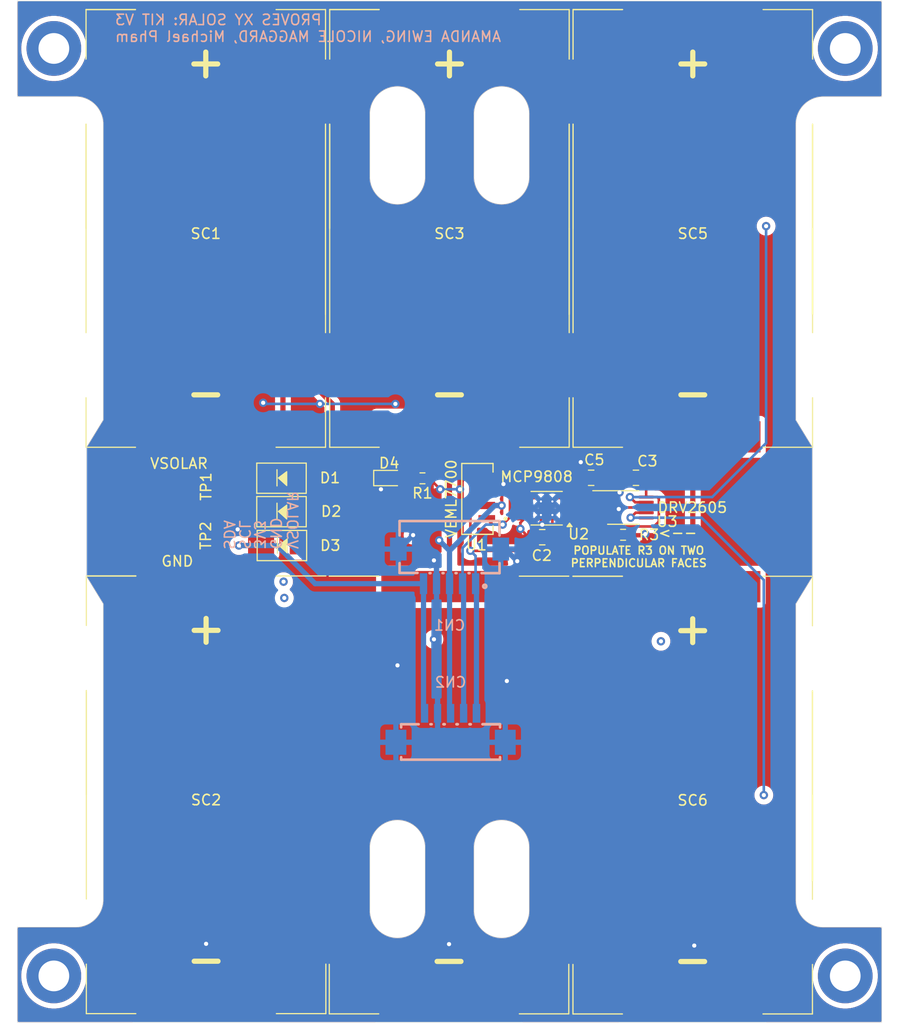
<source format=kicad_pcb>
(kicad_pcb (version 20241229) (generator "pcbnew") (generator_version "9.0")
  (title_block (title "Yearling Kit XY Faces") (date "2023-03-20") (rev "3.0"))
  (layers (0 "F.Cu" signal) (4 "In1.Cu" signal) (6 "In2.Cu" signal) (2 "B.Cu" signal) (13 "F.Paste" user) (15 "B.Paste" user) (5 "F.SilkS" user "F.Silkscreen") (7 "B.SilkS" user "B.Silkscreen") (1 "F.Mask" user) (3 "B.Mask" user) (25 "Edge.Cuts" user))
  (net 0 "")
  (net 1 "GND")
  (net 2 "+3V3")
  (net 3 "VSOLAR")
  (net 4 "Net-(U3-EN)")
  (net 5 "Net-(U3-REG)")
  (net 6 "Net-(D1-A)")
  (net 7 "Net-(D2-A)")
  (net 8 "SDA")
  (net 9 "SCL")
  (net 10 "Net-(D3-A)")
  (net 11 "Net-(D4-A)")
  (net 16 "Net-(SC1--)")
  (net 17 "Net-(SC3--)")
  (net 18 "Net-(SC5--)")
  (net 20 "Net-(U3-OUT+)")
  (footprint "SolarPanelBoards:MountingHoles" (layer "F.Cu") (at 106 70.3)
    (property "Reference" "J2" (at 0.54 0.01 0) (layer "F.SilkS"))
    (property "Value" "Conn_01x01")
    (pad "1" thru_hole circle (at 0.5 0) (size 5.25 5.25) (drill 2.95) (layers "*.Cu" "*.Mask"))
  )
  (footprint "SolarPanelBoards:MountingHoles" (layer "F.Cu") (at 106 159.3)
    (property "Reference" "J3" (at 0.42 0.13 0) (layer "F.SilkS"))
    (property "Value" "Conn_01x01")
    (pad "1" thru_hole circle (at 0.5 0) (size 5.25 5.25) (drill 2.95) (layers "*.Cu" "*.Mask"))
  )
  (footprint "SolarPanelBoards:MountingHoles" (layer "F.Cu") (at 183 70.3)
    (property "Reference" "J4" (at -0.4 0.08 0) (layer "F.SilkS"))
    (property "Value" "Conn_01x01")
    (pad "1" thru_hole circle (at -0.5 0) (size 5.25 5.25) (drill 2.95) (layers "*.Cu" "*.Mask"))
  )
  (footprint "SolarPanelBoards:MountingHoles" (layer "F.Cu") (at 183 159.3)
    (property "Reference" "J5" (at -0.62 0.07 0) (layer "F.SilkS"))
    (property "Value" "Conn_01x01")
    (pad "1" thru_hole circle (at -0.5 0) (size 5.25 5.25) (drill 2.95) (layers "*.Cu" "*.Mask"))
  )
  (footprint "LOGO" (layer "F.Cu") (at 145.2 139.3)
    (property "Reference" "G***" (hide yes))
    (property "Value" "LOGO" (hide yes))
  )
  (footprint "Package_SO:MSOP-8-1EP_3x3mm_P0.65mm_EP1.5x1.8mm_ThermalVias" (layer "F.Cu") (at 153.825 114.42 180)
    (property "Reference" "U2" (at -3.075 -2.48 0) (layer "F.SilkS"))
    (property "Value" "MCP9808_DFN")
    (fp_line (start 0 1.61) (end 1.5 1.61) (stroke (width 0.12)) (layer "F.SilkS"))
    (fp_line (start 0 1.61) (end -1.5 1.61) (stroke (width 0.12)) (layer "F.SilkS"))
    (fp_line (start 0 -1.61) (end 1.5 -1.61) (stroke (width 0.12)) (layer "F.SilkS"))
    (fp_line (start 0 -1.61) (end -1.5 -1.61) (stroke (width 0.12)) (layer "F.SilkS"))
    (fp_poly (pts (xy -2.2 -1.435) (xy -2.44 -1.765) (xy -1.96 -1.765) (xy -2.2 -1.435)) (stroke (width 0.12)) (fill yes) (layer "F.SilkS"))
    (pad "1" smd roundrect (at -2.1125 -0.975 180) (size 1.575 0.4) (layers "F.Cu" "F.Mask" "F.Paste") (net 8 "SDA"))
    (pad "2" smd roundrect (at -2.1125 -0.325 180) (size 1.575 0.4) (layers "F.Cu" "F.Mask" "F.Paste") (net 9 "SCL"))
    (pad "3" smd roundrect (at -2.1125 0.325 180) (size 1.575 0.4) (layers "F.Cu" "F.Mask" "F.Paste"))
    (pad "4" smd roundrect (at -2.1125 0.975 180) (size 1.575 0.4) (layers "F.Cu" "F.Mask" "F.Paste") (net 1 "GND"))
    (pad "5" smd roundrect (at 2.1125 0.975 180) (size 1.575 0.4) (layers "F.Cu" "F.Mask" "F.Paste") (net 1 "GND"))
    (pad "6" smd roundrect (at 2.1125 0.325 180) (size 1.575 0.4) (layers "F.Cu" "F.Mask" "F.Paste") (net 2 "+3V3"))
    (pad "7" smd roundrect (at 2.1125 -0.325 180) (size 1.575 0.4) (layers "F.Cu" "F.Mask" "F.Paste") (net 2 "+3V3"))
    (pad "8" smd roundrect (at 2.1125 -0.975 180) (size 1.575 0.4) (layers "F.Cu" "F.Mask" "F.Paste") (net 2 "+3V3"))
    (pad "9" thru_hole circle (at -0.55 -0.65 180) (size 0.5 0.5) (drill 0.2) (property pad_prop_heatsink) (layers "*.Cu") (net 1 "GND"))
    (pad "9" thru_hole circle (at -0.55 0.65 180) (size 0.5 0.5) (drill 0.2) (property pad_prop_heatsink) (layers "*.Cu") (net 1 "GND"))
    (pad "9" smd rect (at 0 0 180) (size 1.5 1.8) (property pad_prop_heatsink) (layers "F.Cu" "F.Mask") (net 1 "GND"))
    (pad "9" smd rect (at 0 0 180) (size 1.6 1.8) (property pad_prop_heatsink) (layers "B.Cu") (net 1 "GND"))
    (pad "9" thru_hole circle (at 0.55 -0.65 180) (size 0.5 0.5) (drill 0.2) (property pad_prop_heatsink) (layers "*.Cu") (net 1 "GND"))
    (pad "9" thru_hole circle (at 0.55 0.65 180) (size 0.5 0.5) (drill 0.2) (property pad_prop_heatsink) (layers "*.Cu") (net 1 "GND"))
  )
  (footprint "SolarPanelBoards:KXOB101K08F-TR" (layer "F.Cu") (at 167.86 87.57)
    (property "Reference" "SC5" (at 0 0.5 0) (layer "F.SilkS"))
    (property "Value" "SM101K07TF")
    (fp_line (start -11.5 -21) (end -11.5 -16.25) (stroke (width 0.12)) (layer "F.SilkS"))
    (fp_line (start -11.5 -21) (end -6.75 -21) (stroke (width 0.12)) (layer "F.SilkS"))
    (fp_line (start -11.5 -10) (end -11.5 10) (stroke (width 0.12)) (layer "F.SilkS"))
    (fp_line (start -11.5 0) (end -11.5 -10) (stroke (width 0.12)) (layer "F.SilkS"))
    (fp_line (start -11.5 21) (end -11.5 16.25) (stroke (width 0.12)) (layer "F.SilkS"))
    (fp_line (start -11.5 21) (end -6.75 21) (stroke (width 0.12)) (layer "F.SilkS"))
    (fp_line (start -6.75 -21) (end -11.5 -21) (stroke (width 0.12)) (layer "F.SilkS"))
    (fp_line (start 6.75 -21) (end 11.5 -21) (stroke (width 0.12)) (layer "F.SilkS"))
    (fp_line (start 6.75 21) (end 11.5 21) (stroke (width 0.12)) (layer "F.SilkS"))
    (fp_line (start 11.5 -21) (end 11.5 -16.25) (stroke (width 0.12)) (layer "F.SilkS"))
    (fp_line (start 11.5 -10) (end 11.5 8.25) (stroke (width 0.12)) (layer "F.SilkS"))
    (fp_line (start 11.5 0) (end 11.5 -10) (stroke (width 0.12)) (layer "F.SilkS"))
    (fp_line (start 11.5 0) (end 11.5 10) (stroke (width 0.12)) (layer "F.SilkS"))
    (fp_line (start 11.5 8.25) (end 11.5 0) (stroke (width 0.12)) (layer "F.SilkS"))
    (fp_line (start 11.5 21) (end 11.5 16.25) (stroke (width 0.12)) (layer "F.SilkS"))
    (fp_text user "+" (at 0 -16 0) (layer "F.SilkS") (effects (font (size 3 3) (thickness 0.5))))
    (fp_text user "-" (at 0 15.75 0) (layer "F.SilkS") (effects (font (size 3 3) (thickness 0.5))))
    (pad "1" smd rect (at 0 -20) (size 13 3) (layers "F.Cu" "F.Mask" "F.Paste") (net 10 "Net-(D3-A)"))
    (pad "2" smd rect (at 0 20) (size 13 3) (layers "F.Cu" "F.Mask" "F.Paste") (net 18 "Net-(SC5--)"))
  )
  (footprint "SolarPanelBoards:Test Pad" (layer "F.Cu") (at 118.37 112.45 90)
    (property "Reference" "TP1" (at 0.11 2.75 90) (layer "F.SilkS"))
    (property "Value" "TestPoint")
    (pad "1" smd roundrect (at 0 0 90) (size 3 3) (layers "F.Cu" "F.Mask" "F.Paste") (net 3 "VSOLAR"))
  )
  (footprint "SolarPanelBoards:DO-214AC" (layer "F.Cu") (at 128.4 118)
    (property "Reference" "D3" (at 4.65 0 0) (layer "F.SilkS"))
    (property "Value" "CDBA240LL-HF")
    (fp_line (start -2.375 -1.45) (end 2.375 -1.45) (stroke (width 0.12)) (layer "F.SilkS"))
    (fp_line (start -2.375 1.45) (end -2.375 -1.45) (stroke (width 0.12)) (layer "F.SilkS"))
    (fp_line (start -2.375 1.45) (end 2.375 1.45) (stroke (width 0.12)) (layer "F.SilkS"))
    (fp_line (start -0.4318 -0.8128) (end -0.4318 0.7366) (stroke (width 0.12)) (layer "F.SilkS"))
    (fp_line (start 2.375 1.45) (end 2.375 -1.45) (stroke (width 0.12)) (layer "F.SilkS"))
    (fp_poly (pts (xy 0.508 0.7112) (xy -0.3048 -0.0254) (xy 0.508 -0.635)) (stroke (width 0.1)) (fill yes) (layer "F.SilkS"))
    (pad "1" smd rect (at -2 0) (size 2.5 1.7) (layers "F.Cu" "F.Mask" "F.Paste") (net 3 "VSOLAR"))
    (pad "2" smd rect (at 2 0) (size 2.5 1.7) (layers "F.Cu" "F.Mask" "F.Paste") (net 10 "Net-(D3-A)"))
  )
  (footprint "SolarPanelBoards:Test Pad" (layer "F.Cu") (at 118.36 117.05 90)
    (property "Reference" "TP2" (at 0 2.73 90) (layer "F.SilkS"))
    (property "Value" "TestPoint")
    (pad "1" smd roundrect (at 0 0 90) (size 3 3) (layers "F.Cu" "F.Mask" "F.Paste") (net 1 "GND"))
  )
  (footprint "SolarPanelBoards:DO-214AC" (layer "F.Cu") (at 128.36 111.54)
    (property "Reference" "D1" (at 4.66 -0.03 0) (layer "F.SilkS"))
    (property "Value" "CDBA240LL-HF")
    (fp_line (start -2.375 -1.45) (end 2.375 -1.45) (stroke (width 0.12)) (layer "F.SilkS"))
    (fp_line (start -2.375 1.45) (end -2.375 -1.45) (stroke (width 0.12)) (layer "F.SilkS"))
    (fp_line (start -2.375 1.45) (end 2.375 1.45) (stroke (width 0.12)) (layer "F.SilkS"))
    (fp_line (start -0.4318 -0.8128) (end -0.4318 0.7366) (stroke (width 0.12)) (layer "F.SilkS"))
    (fp_line (start 2.375 1.45) (end 2.375 -1.45) (stroke (width 0.12)) (layer "F.SilkS"))
    (fp_poly (pts (xy 0.508 0.7112) (xy -0.3048 -0.0254) (xy 0.508 -0.635)) (stroke (width 0.1)) (fill yes) (layer "F.SilkS"))
    (pad "1" smd rect (at -2 0) (size 2.5 1.7) (layers "F.Cu" "F.Mask" "F.Paste") (net 3 "VSOLAR"))
    (pad "2" smd rect (at 2 0) (size 2.5 1.7) (layers "F.Cu" "F.Mask" "F.Paste") (net 6 "Net-(D1-A)"))
  )
  (footprint "SolarPanelBoards:KXOB101K08F-TR" (layer "F.Cu") (at 144.49 87.57)
    (property "Reference" "SC3" (at 0 0.5 0) (layer "F.SilkS"))
    (property "Value" "SM101K07TF")
    (fp_line (start -11.5 -21) (end -11.5 -16.25) (stroke (width 0.12)) (layer "F.SilkS"))
    (fp_line (start -11.5 -21) (end -6.75 -21) (stroke (width 0.12)) (layer "F.SilkS"))
    (fp_line (start -11.5 -10) (end -11.5 10) (stroke (width 0.12)) (layer "F.SilkS"))
    (fp_line (start -11.5 0) (end -11.5 -10) (stroke (width 0.12)) (layer "F.SilkS"))
    (fp_line (start -11.5 21) (end -11.5 16.25) (stroke (width 0.12)) (layer "F.SilkS"))
    (fp_line (start -11.5 21) (end -6.75 21) (stroke (width 0.12)) (layer "F.SilkS"))
    (fp_line (start -6.75 -21) (end -11.5 -21) (stroke (width 0.12)) (layer "F.SilkS"))
    (fp_line (start 6.75 -21) (end 11.5 -21) (stroke (width 0.12)) (layer "F.SilkS"))
    (fp_line (start 6.75 21) (end 11.5 21) (stroke (width 0.12)) (layer "F.SilkS"))
    (fp_line (start 11.5 -21) (end 11.5 -16.25) (stroke (width 0.12)) (layer "F.SilkS"))
    (fp_line (start 11.5 -10) (end 11.5 8.25) (stroke (width 0.12)) (layer "F.SilkS"))
    (fp_line (start 11.5 0) (end 11.5 -10) (stroke (width 0.12)) (layer "F.SilkS"))
    (fp_line (start 11.5 0) (end 11.5 10) (stroke (width 0.12)) (layer "F.SilkS"))
    (fp_line (start 11.5 8.25) (end 11.5 0) (stroke (width 0.12)) (layer "F.SilkS"))
    (fp_line (start 11.5 21) (end 11.5 16.25) (stroke (width 0.12)) (layer "F.SilkS"))
    (fp_text user "-" (at 0 15.75 0) (layer "F.SilkS") (effects (font (size 3 3) (thickness 0.5))))
    (fp_text user "+" (at 0 -16 0) (layer "F.SilkS") (effects (font (size 3 3) (thickness 0.5))))
    (pad "1" smd rect (at 0 -20) (size 13 3) (layers "F.Cu" "F.Mask" "F.Paste") (net 7 "Net-(D2-A)"))
    (pad "2" smd rect (at 0 20) (size 13 3) (layers "F.Cu" "F.Mask" "F.Paste") (net 17 "Net-(SC3--)"))
  )
  (footprint "LOGO" (layer "F.Cu") (at 150.9 135.3)
    (property "Reference" "G***" (hide yes))
    (property "Value" "LOGO" (hide yes))
  )
  (footprint "SolarPanelBoards:KXOB101K08F-TR" (layer "F.Cu") (at 144.45 141.94)
    (property "Reference" "SC4" (hide yes))
    (property "Value" "SM101K07TF")
    (fp_line (start -11.5 -21) (end -6.75 -21) (stroke (width 0.12)) (layer "F.SilkS"))
    (fp_line (start -11.5 21) (end -11.5 16.25) (stroke (width 0.12)) (layer "F.SilkS"))
    (fp_line (start -11.5 21) (end -6.75 21) (stroke (width 0.12)) (layer "F.SilkS"))
    (fp_line (start -6.75 -21) (end -11.5 -21) (stroke (width 0.12)) (layer "F.SilkS"))
    (fp_line (start 6.75 -21) (end 11.5 -21) (stroke (width 0.12)) (layer "F.SilkS"))
    (fp_line (start 6.75 21) (end 11.5 21) (stroke (width 0.12)) (layer "F.SilkS"))
    (fp_line (start 11.5 21) (end 11.5 16.25) (stroke (width 0.12)) (layer "F.SilkS"))
    (fp_text user "-" (at 0 15.75 0) (layer "F.SilkS") (effects (font (size 3 3) (thickness 0.5))))
    (pad "1" smd rect (at 0 -20) (size 13 3) (layers "F.Cu" "F.Mask" "F.Paste") (net 17 "Net-(SC3--)"))
    (pad "2" smd rect (at 0 20) (size 13 3) (layers "F.Cu" "F.Mask" "F.Paste") (net 1 "GND"))
  )
  (footprint "SolarPanelBoards:KXOB101K08F-TR" (layer "F.Cu") (at 121.12 141.92)
    (property "Reference" "SC2" (at 0 0.5 0) (layer "F.SilkS"))
    (property "Value" "SM101K07TF")
    (fp_line (start -11.5 -21) (end -11.5 -16.25) (stroke (width 0.12)) (layer "F.SilkS"))
    (fp_line (start -11.5 -21) (end -6.75 -21) (stroke (width 0.12)) (layer "F.SilkS"))
    (fp_line (start -11.5 -10) (end -11.5 10) (stroke (width 0.12)) (layer "F.SilkS"))
    (fp_line (start -11.5 0) (end -11.5 -10) (stroke (width 0.12)) (layer "F.SilkS"))
    (fp_line (start -11.5 21) (end -11.5 16.25) (stroke (width 0.12)) (layer "F.SilkS"))
    (fp_line (start -11.5 21) (end -6.75 21) (stroke (width 0.12)) (layer "F.SilkS"))
    (fp_line (start -6.75 -21) (end -11.5 -21) (stroke (width 0.12)) (layer "F.SilkS"))
    (fp_line (start 6.75 -21) (end 11.5 -21) (stroke (width 0.12)) (layer "F.SilkS"))
    (fp_line (start 6.75 21) (end 11.5 21) (stroke (width 0.12)) (layer "F.SilkS"))
    (fp_line (start 11.5 21) (end 11.5 16.25) (stroke (width 0.12)) (layer "F.SilkS"))
    (fp_text user "+" (at 0 -16 0) (layer "F.SilkS") (effects (font (size 3 3) (thickness 0.5))))
    (fp_text user "-" (at 0 15.75 0) (layer "F.SilkS") (effects (font (size 3 3) (thickness 0.5))))
    (pad "1" smd rect (at 0 -20) (size 13 3) (layers "F.Cu" "F.Mask" "F.Paste") (net 16 "Net-(SC1--)"))
    (pad "2" smd rect (at 0 20) (size 13 3) (layers "F.Cu" "F.Mask" "F.Paste") (net 1 "GND"))
  )
  (footprint "SolarPanelBoards:DO-214AC" (layer "F.Cu") (at 128.36 114.75)
    (property "Reference" "D2" (at 4.77 -0.02 0) (layer "F.SilkS"))
    (property "Value" "CDBA240LL-HF")
    (fp_line (start -2.375 -1.45) (end 2.375 -1.45) (stroke (width 0.12)) (layer "F.SilkS"))
    (fp_line (start -2.375 1.45) (end -2.375 -1.45) (stroke (width 0.12)) (layer "F.SilkS"))
    (fp_line (start -2.375 1.45) (end 2.375 1.45) (stroke (width 0.12)) (layer "F.SilkS"))
    (fp_line (start -0.4318 -0.8128) (end -0.4318 0.7366) (stroke (width 0.12)) (layer "F.SilkS"))
    (fp_line (start 2.375 1.45) (end 2.375 -1.45) (stroke (width 0.12)) (layer "F.SilkS"))
    (fp_poly (pts (xy 0.508 0.7112) (xy -0.3048 -0.0254) (xy 0.508 -0.635)) (stroke (width 0.1)) (fill yes) (layer "F.SilkS"))
    (pad "1" smd rect (at -2 0) (size 2.5 1.7) (layers "F.Cu" "F.Mask" "F.Paste") (net 3 "VSOLAR"))
    (pad "2" smd rect (at 2 0) (size 2.5 1.7) (layers "F.Cu" "F.Mask" "F.Paste") (net 7 "Net-(D2-A)"))
  )
  (footprint "SolarPanelBoards:KXOB101K08F-TR" (layer "F.Cu") (at 167.85 141.95)
    (property "Reference" "SC6" (at 0 0.5 0) (layer "F.SilkS"))
    (property "Value" "SM101K07TF")
    (fp_line (start -11.5 -21) (end -6.75 -21) (stroke (width 0.12)) (layer "F.SilkS"))
    (fp_line (start -11.5 21) (end -11.5 16.25) (stroke (width 0.12)) (layer "F.SilkS"))
    (fp_line (start -11.5 21) (end -6.75 21) (stroke (width 0.12)) (layer "F.SilkS"))
    (fp_line (start -6.75 -21) (end -11.5 -21) (stroke (width 0.12)) (layer "F.SilkS"))
    (fp_line (start 6.75 -21) (end 11.5 -21) (stroke (width 0.12)) (layer "F.SilkS"))
    (fp_line (start 6.75 21) (end 11.5 21) (stroke (width 0.12)) (layer "F.SilkS"))
    (fp_line (start 11.5 -21) (end 11.5 -16.25) (stroke (width 0.12)) (layer "F.SilkS"))
    (fp_line (start 11.5 -10) (end 11.5 8.25) (stroke (width 0.12)) (layer "F.SilkS"))
    (fp_line (start 11.5 0) (end 11.5 -10) (stroke (width 0.12)) (layer "F.SilkS"))
    (fp_line (start 11.5 0) (end 11.5 10) (stroke (width 0.12)) (layer "F.SilkS"))
    (fp_line (start 11.5 8.25) (end 11.5 0) (stroke (width 0.12)) (layer "F.SilkS"))
    (fp_line (start 11.5 21) (end 11.5 16.25) (stroke (width 0.12)) (layer "F.SilkS"))
    (fp_text user "-" (at 0 15.75 0) (layer "F.SilkS") (effects (font (size 3 3) (thickness 0.5))))
    (fp_text user "+" (at 0 -16 0) (layer "F.SilkS") (effects (font (size 3 3) (thickness 0.5))))
    (pad "1" smd rect (at 0 -20) (size 13 3) (layers "F.Cu" "F.Mask" "F.Paste") (net 18 "Net-(SC5--)"))
    (pad "2" smd rect (at 0 20) (size 13 3) (layers "F.Cu" "F.Mask" "F.Paste") (net 1 "GND"))
  )
  (footprint "Capacitor_SMD:C_0805_2012Metric" (layer "F.Cu") (at 153.4 117.2)
    (property "Reference" "C2" (at -0.04 1.76 0) (layer "F.SilkS"))
    (property "Value" "1uF")
    (fp_line (start -0.261252 -0.735) (end 0.261252 -0.735) (stroke (width 0.12)) (layer "F.SilkS"))
    (fp_line (start -0.261252 0.735) (end 0.261252 0.735) (stroke (width 0.12)) (layer "F.SilkS"))
    (pad "1" smd roundrect (at -0.95 0) (size 1 1.45) (layers "F.Cu" "F.Mask" "F.Paste") (net 2 "+3V3"))
    (pad "2" smd roundrect (at 0.95 0) (size 1 1.45) (layers "F.Cu" "F.Mask" "F.Paste") (net 1 "GND"))
  )
  (footprint "Capacitor_SMD:C_0805_2012Metric" (layer "F.Cu") (at 158.1 111.5 180)
    (property "Reference" "C5" (at -0.3 1.72 0) (layer "F.SilkS"))
    (property "Value" "1uF")
    (fp_line (start -0.261252 0.735) (end 0.261252 0.735) (stroke (width 0.12)) (layer "F.SilkS"))
    (fp_line (start -0.261252 -0.735) (end 0.261252 -0.735) (stroke (width 0.12)) (layer "F.SilkS"))
    (pad "1" smd roundrect (at -0.95 0 180) (size 1 1.45) (layers "F.Cu" "F.Mask" "F.Paste") (net 5 "Net-(U3-REG)"))
    (pad "2" smd roundrect (at 0.95 0 180) (size 1 1.45) (layers "F.Cu" "F.Mask" "F.Paste") (net 1 "GND"))
  )
  (footprint "LOGO" (layer "F.Cu") (at 157.5 139.6)
    (property "Reference" "G***" (hide yes))
    (property "Value" "LOGO" (hide yes))
  )
  (footprint "VEML7700-TT:XDCR_VEML7700-TT" (layer "F.Cu") (at 147.175 113.525 180)
    (property "Reference" "U1" (at 0.095 -4.435 0) (layer "F.SilkS"))
    (property "Value" "VEML7700")
    (fp_line (start 1.5 3.4) (end -1.5 3.4) (stroke (width 0.127)) (layer "F.SilkS"))
    (fp_line (start 1.5 -3.4) (end 1.5 3.4) (stroke (width 0.127)) (layer "F.SilkS"))
    (fp_line (start -1.5 3.4) (end -1.5 2.575) (stroke (width 0.127)) (layer "F.SilkS"))
    (fp_line (start -1.5 -2.575) (end -1.5 -3.4) (stroke (width 0.127)) (layer "F.SilkS"))
    (fp_line (start -1.5 -3.4) (end 1.5 -3.4) (stroke (width 0.127)) (layer "F.SilkS"))
    (fp_circle (center -2.7 -1.905) (end -2.6 -1.905) (stroke (width 0.2)) (fill no) (layer "F.SilkS"))
    (pad "1" smd rect (at -0.9 -1.905 180) (size 1.6 0.7) (layers "F.Cu" "F.Mask" "F.Paste") (net 9 "SCL"))
    (pad "2" smd rect (at -0.9 -0.635 180) (size 1.6 0.7) (layers "F.Cu" "F.Mask" "F.Paste") (net 2 "+3V3"))
    (pad "3" smd rect (at -0.9 0.635 180) (size 1.6 0.7) (layers "F.Cu" "F.Mask" "F.Paste") (net 1 "GND"))
    (pad "4" smd rect (at -0.9 1.905 180) (size 1.6 0.7) (layers "F.Cu" "F.Mask" "F.Paste") (net 8 "SDA"))
  )
  (footprint "LOGO" (layer "F.Cu") (at 157.2 130.2)
    (property "Reference" "G***" (hide yes))
    (property "Value" "LOGO" (hide yes))
  )
  (footprint "LOGO" (layer "F.Cu") (at 145.382288 129.666346)
    (property "Reference" "G***" (hide yes))
    (property "Value" "LOGO" (hide yes))
  )
  (footprint "Resistor_SMD:R_0603_1608Metric" (layer "F.Cu") (at 161.165 116.97 180)
    (property "Reference" "R3" (at -2.495 0 0) (layer "F.SilkS"))
    (property "Value" "0-Ohm")
    (fp_line (start -0.237258 0.5225) (end 0.237258 0.5225) (stroke (width 0.12)) (layer "F.SilkS"))
    (fp_line (start -0.237258 -0.5225) (end 0.237258 -0.5225) (stroke (width 0.12)) (layer "F.SilkS"))
    (pad "1" smd roundrect (at -0.825 0 180) (size 0.8 0.95) (layers "F.Cu" "F.Mask" "F.Paste") (net 2 "+3V3"))
    (pad "2" smd roundrect (at 0.825 0 180) (size 0.8 0.95) (layers "F.Cu" "F.Mask" "F.Paste") (net 4 "Net-(U3-EN)"))
  )
  (footprint "Capacitor_SMD:C_0805_2012Metric" (layer "F.Cu") (at 162.4 111.5 180)
    (property "Reference" "C3" (at -1.1 1.6 180) (layer "F.SilkS"))
    (property "Value" "1uF")
    (fp_line (start -0.261253 0.735) (end 0.261253 0.735) (stroke (width 0.12)) (layer "F.SilkS"))
    (fp_line (start -0.261253 -0.735) (end 0.261253 -0.735) (stroke (width 0.12)) (layer "F.SilkS"))
    (pad "1" smd roundrect (at -0.949999 0 180) (size 1 1.45) (layers "F.Cu" "F.Mask" "F.Paste") (net 4 "Net-(U3-EN)"))
    (pad "2" smd roundrect (at 0.949999 0 180) (size 1 1.45) (layers "F.Cu" "F.Mask" "F.Paste") (net 1 "GND"))
  )
  (footprint "LED_SMD:LED_0603_1608Metric" (layer "F.Cu") (at 138.7 111.525)
    (property "Reference" "D4" (at 0 -1.43 0) (layer "F.SilkS"))
    (property "Value" "CQY99")
    (fp_line (start -1.485 -0.735) (end -1.485 0.735) (stroke (width 0.12)) (layer "F.SilkS"))
    (fp_line (start -1.485 0.735) (end 0.8 0.735) (stroke (width 0.12)) (layer "F.SilkS"))
    (fp_line (start 0.8 -0.735) (end -1.485 -0.735) (stroke (width 0.12)) (layer "F.SilkS"))
    (pad "1" smd roundrect (at -0.7875 0) (size 0.875 0.95) (layers "F.Cu" "F.Mask" "F.Paste") (net 1 "GND"))
    (pad "2" smd roundrect (at 0.7875 0) (size 0.875 0.95) (layers "F.Cu" "F.Mask" "F.Paste") (net 11 "Net-(D4-A)"))
  )
  (footprint "LOGO" (layer "F.Cu") (at 134.175 134.325)
    (property "Reference" "G***" (hide yes))
    (property "Value" "LOGO" (hide yes))
  )
  (footprint "SolarPanelBoards:KXOB101K08F-TR" (layer "F.Cu") (at 121.09 87.57)
    (property "Reference" "SC1" (at 0 0.5 0) (layer "F.SilkS"))
    (property "Value" "SM101K07TF")
    (fp_line (start -11.5 -21) (end -11.5 -16.25) (stroke (width 0.12)) (layer "F.SilkS"))
    (fp_line (start -11.5 -21) (end -6.75 -21) (stroke (width 0.12)) (layer "F.SilkS"))
    (fp_line (start -11.5 -10) (end -11.5 10) (stroke (width 0.12)) (layer "F.SilkS"))
    (fp_line (start -11.5 0) (end -11.5 -10) (stroke (width 0.12)) (layer "F.SilkS"))
    (fp_line (start -11.5 21) (end -11.5 16.25) (stroke (width 0.12)) (layer "F.SilkS"))
    (fp_line (start -11.5 21) (end -6.75 21) (stroke (width 0.12)) (layer "F.SilkS"))
    (fp_line (start -6.75 -21) (end -11.5 -21) (stroke (width 0.12)) (layer "F.SilkS"))
    (fp_line (start 6.75 -21) (end 11.5 -21) (stroke (width 0.12)) (layer "F.SilkS"))
    (fp_line (start 6.75 21) (end 11.5 21) (stroke (width 0.12)) (layer "F.SilkS"))
    (fp_line (start 11.5 -21) (end 11.5 -16.25) (stroke (width 0.12)) (layer "F.SilkS"))
    (fp_line (start 11.5 -10) (end 11.5 8.25) (stroke (width 0.12)) (layer "F.SilkS"))
    (fp_line (start 11.5 0) (end 11.5 -10) (stroke (width 0.12)) (layer "F.SilkS"))
    (fp_line (start 11.5 0) (end 11.5 10) (stroke (width 0.12)) (layer "F.SilkS"))
    (fp_line (start 11.5 8.25) (end 11.5 0) (stroke (width 0.12)) (layer "F.SilkS"))
    (fp_line (start 11.5 21) (end 11.5 16.25) (stroke (width 0.12)) (layer "F.SilkS"))
    (fp_text user "+" (at 0 -16 0) (layer "F.SilkS") (effects (font (size 3 3) (thickness 0.5))))
    (fp_text user "-" (at 0 15.75 0) (layer "F.SilkS") (effects (font (size 3 3) (thickness 0.5))))
    (pad "1" smd rect (at 0 -20) (size 13 3) (layers "F.Cu" "F.Mask" "F.Paste") (net 6 "Net-(D1-A)"))
    (pad "2" smd rect (at 0 20) (size 13 3) (layers "F.Cu" "F.Mask" "F.Paste") (net 16 "Net-(SC1--)"))
  )
  (footprint "Resistor_SMD:R_0603_1608Metric" (layer "F.Cu") (at 141.9 111.55 180)
    (property "Reference" "R1" (at 0 -1.43 0) (layer "F.SilkS"))
    (property "Value" "1k")
    (fp_line (start -0.237258 0.5225) (end 0.237258 0.5225) (stroke (width 0.12)) (layer "F.SilkS"))
    (fp_line (start -0.237258 -0.5225) (end 0.237258 -0.5225) (stroke (width 0.12)) (layer "F.SilkS"))
    (pad "1" smd roundrect (at -0.825 0 180) (size 0.8 0.95) (layers "F.Cu" "F.Mask" "F.Paste") (net 2 "+3V3"))
    (pad "2" smd roundrect (at 0.825 0 180) (size 0.8 0.95) (layers "F.Cu" "F.Mask" "F.Paste") (net 11 "Net-(D4-A)"))
  )
  (footprint "Package_SO:VSSOP-10_3x3mm_P0.5mm" (layer "F.Cu") (at 161.18 114.35)
    (property "Reference" "U3" (at 4.22 1.35 0) (layer "F.SilkS"))
    (property "Value" "DRV2605LDGS")
    (fp_line (start 0 -1.61) (end -2.925 -1.61) (stroke (width 0.12)) (layer "F.SilkS"))
    (fp_line (start 0 -1.61) (end 1.5 -1.61) (stroke (width 0.12)) (layer "F.SilkS"))
    (fp_line (start 0 1.61) (end -1.5 1.61) (stroke (width 0.12)) (layer "F.SilkS"))
    (fp_line (start 0 1.61) (end 1.5 1.61) (stroke (width 0.12)) (layer "F.SilkS"))
    (pad "1" smd roundrect (at -2.2 -1) (size 1.45 0.3) (layers "F.Cu" "F.Mask" "F.Paste") (net 5 "Net-(U3-REG)"))
    (pad "2" smd roundrect (at -2.2 -0.5) (size 1.45 0.3) (layers "F.Cu" "F.Mask" "F.Paste") (net 9 "SCL"))
    (pad "3" smd roundrect (at -2.2 0) (size 1.45 0.3) (layers "F.Cu" "F.Mask" "F.Paste") (net 8 "SDA"))
    (pad "4" smd roundrect (at -2.2 0.5) (size 1.45 0.3) (layers "F.Cu" "F.Mask" "F.Paste") (net 1 "GND"))
    (pad "5" smd roundrect (at -2.2 1) (size 1.45 0.3) (layers "F.Cu" "F.Mask" "F.Paste") (net 4 "Net-(U3-EN)"))
    (pad "6" smd roundrect (at 2.2 1) (size 1.45 0.3) (layers "F.Cu" "F.Mask" "F.Paste"))
    (pad "7" smd roundrect (at 2.2 0.5) (size 1.45 0.3) (layers "F.Cu" "F.Mask" "F.Paste") (net 20 "Net-(U3-OUT+)"))
    (pad "8" smd roundrect (at 2.2 0) (size 1.45 0.3) (layers "F.Cu" "F.Mask" "F.Paste") (net 1 "GND"))
    (pad "9" smd roundrect (at 2.2 -0.5) (size 1.45 0.3) (layers "F.Cu" "F.Mask" "F.Paste") (net 20 "Net-(U3-OUT+)"))
    (pad "10" smd roundrect (at 2.2 -1) (size 1.45 0.3) (layers "F.Cu" "F.Mask" "F.Paste") (net 4 "Net-(U3-EN)"))
  )
  (footprint "easyeda2kicad:CONN-SMD_5P-P1.25_HRS_DF13A-5P-1.25H" (layer "B.Cu") (at 144.5 120)
    (property "Reference" "CN1" (at 0 5.66 180) (layer "B.SilkS") (effects (justify mirror)))
    (property "Value" "DF13A-5P-1.25H(21)")
    (fp_line (start -4.8 -4.35) (end -4.8 -3.48) (stroke (width 0.25)) (layer "B.SilkS"))
    (fp_line (start -4.8 -3.48) (end -4.8 -2.97) (stroke (width 0.25)) (layer "B.SilkS"))
    (fp_line (start -4.8 -0.31) (end -4.8 0.63) (stroke (width 0.25)) (layer "B.SilkS"))
    (fp_line (start -4.8 0.63) (end -3.08 0.63) (stroke (width 0.25)) (layer "B.SilkS"))
    (fp_line (start -1.83 0.65) (end -1.92 0.65) (stroke (width 0.25)) (layer "B.SilkS"))
    (fp_line (start -0.58 0.65) (end -0.67 0.65) (stroke (width 0.25)) (layer "B.SilkS"))
    (fp_line (start 0.67 0.65) (end 0.58 0.65) (stroke (width 0.25)) (layer "B.SilkS"))
    (fp_line (start 1.92 0.65) (end 1.83 0.65) (stroke (width 0.25)) (layer "B.SilkS"))
    (fp_line (start 4.8 -4.35) (end -4.8 -4.35) (stroke (width 0.25)) (layer "B.SilkS"))
    (fp_line (start 4.8 -3.33) (end 4.8 -4.35) (stroke (width 0.25)) (layer "B.SilkS"))
    (fp_line (start 4.8 -3.33) (end 4.8 -2.97) (stroke (width 0.25)) (layer "B.SilkS"))
    (fp_line (start 4.8 -0.31) (end 4.8 0.65) (stroke (width 0.25)) (layer "B.SilkS"))
    (fp_line (start 4.8 0.65) (end 3.08 0.65) (stroke (width 0.25)) (layer "B.SilkS"))
    (fp_circle (center 3.38 1.91) (end 3.53 1.91) (stroke (width 0.25)) (fill no) (layer "B.SilkS"))
    (pad "1" smd rect (at 2.5 1.66 180) (size 0.7 2) (layers "B.Cu" "B.Mask" "B.Paste") (net 8 "SDA"))
    (pad "2" smd rect (at 1.25 1.66 180) (size 0.7 2) (layers "B.Cu" "B.Mask" "B.Paste") (net 9 "SCL"))
    (pad "3" smd rect (at 0 1.66 180) (size 0.7 2) (layers "B.Cu" "B.Mask" "B.Paste") (net 2 "+3V3"))
    (pad "4" smd rect (at -1.25 1.66 180) (size 0.7 2) (layers "B.Cu" "B.Mask" "B.Paste") (net 1 "GND"))
    (pad "5" smd rect (at -2.5 1.66 180) (size 0.7 2) (layers "B.Cu" "B.Mask" "B.Paste") (net 3 "VSOLAR"))
    (pad "6" smd rect (at -4.92 -1.66 180) (size 1.6 2.2) (layers "B.Cu" "B.Mask" "B.Paste") (net 1 "GND"))
    (pad "7" smd rect (at 4.92 -1.66 180) (size 1.6 2.2) (layers "B.Cu" "B.Mask" "B.Paste") (net 1 "GND"))
  )
  (footprint "LOGO" (layer "B.Cu") (at 126.1 95.4 180)
    (property "Reference" "G***" (hide yes))
    (property "Value" "LOGO" (hide yes))
  )
  (footprint "easyeda2kicad:CONN-SMD_DF13C-5P-1.25V-21" (layer "B.Cu") (at 144.6 136 180)
    (property "Reference" "CN2" (at 0 4.88 0) (layer "B.SilkS") (effects (justify mirror)))
    (property "Value" "DF13C-5P-1.25V(21)")
    (fp_line (start 4.75 0.85) (end 3.07 0.85) (stroke (width 0.25)) (layer "B.SilkS"))
    (fp_line (start 4.75 0.55) (end 4.75 0.85) (stroke (width 0.25)) (layer "B.SilkS"))
    (fp_line (start 4.75 -2.55) (end 4.75 -2.31) (stroke (width 0.25)) (layer "B.SilkS"))
    (fp_line (start 1.93 0.85) (end 1.82 0.85) (stroke (width 0.25)) (layer "B.SilkS"))
    (fp_line (start 0.68 0.85) (end 0.57 0.85) (stroke (width 0.25)) (layer "B.SilkS"))
    (fp_line (start 0.57 0.85) (end 0.68 0.85) (stroke (width 0.25)) (layer "B.SilkS"))
    (fp_line (start -0.68 0.85) (end -0.57 0.85) (stroke (width 0.25)) (layer "B.SilkS"))
    (fp_line (start -0.68 0.85) (end -0.57 0.85) (stroke (width 0.25)) (layer "B.SilkS"))
    (fp_line (start -1.93 0.85) (end -1.82 0.85) (stroke (width 0.25)) (layer "B.SilkS"))
    (fp_line (start -1.93 0.85) (end -1.82 0.85) (stroke (width 0.25)) (layer "B.SilkS"))
    (fp_line (start -4.75 0.85) (end -3.07 0.85) (stroke (width 0.25)) (layer "B.SilkS"))
    (fp_line (start -4.75 0.85) (end -3.07 0.85) (stroke (width 0.25)) (layer "B.SilkS"))
    (fp_line (start -4.75 0.85) (end -4.75 0.55) (stroke (width 0.25)) (layer "B.SilkS"))
    (fp_line (start -4.75 -2.31) (end -4.75 -2.55) (stroke (width 0.25)) (layer "B.SilkS"))
    (fp_line (start -4.75 -2.55) (end 4.75 -2.55) (stroke (width 0.25)) (layer "B.SilkS"))
    (pad "1" smd rect (at -2.485 1.9 180) (size 0.73 1.8) (layers "B.Cu" "B.Mask" "B.Paste") (net 8 "SDA"))
    (pad "2" smd rect (at -1.25 1.899999 180) (size 0.7 1.8) (layers "B.Cu" "B.Mask" "B.Paste") (net 9 "SCL"))
    (pad "3" smd rect (at 0 1.9 180) (size 0.7 1.8) (layers "B.Cu" "B.Mask" "B.Paste") (net 2 "+3V3"))
    (pad "4" smd rect (at 1.25 1.899999 180) (size 0.7 1.8) (layers "B.Cu" "B.Mask" "B.Paste") (net 1 "GND"))
    (pad "5" smd rect (at 2.5 1.9 180) (size 0.7 1.8) (layers "B.Cu" "B.Mask" "B.Paste") (net 3 "VSOLAR"))
    (pad "6" smd rect (at 5.250001 -0.88) (size 2 2.4) (layers "B.Cu" "B.Mask" "B.Paste") (net 1 "GND"))
    (pad "7" smd rect (at -5.250001 -0.88) (size 2 2.4) (layers "B.Cu" "B.Mask" "B.Paste") (net 1 "GND"))
  )
  (gr_line (start 136.85 153) (end 136.85 147) (stroke (width 0.05)) (layer "Edge.Cuts"))
  (gr_line (start 142.15 153) (end 142.15 147) (stroke (width 0.05)) (layer "Edge.Cuts"))
  (gr_line (start 146.85 147) (end 146.85 153) (stroke (width 0.05)) (layer "Edge.Cuts"))
  (gr_line (start 152.15 153) (end 152.15 147) (stroke (width 0.05)) (layer "Edge.Cuts"))
  (gr_line (start 142.15 76.6) (end 142.15 82.6) (stroke (width 0.05)) (layer "Edge.Cuts"))
  (gr_line (start 136.85 76.6) (end 136.85 82.6) (stroke (width 0.05)) (layer "Edge.Cuts"))
  (gr_line (start 146.85 76.6) (end 146.85 82.6) (stroke (width 0.05)) (layer "Edge.Cuts"))
  (gr_line (start 152.15 76.6) (end 152.15 82.6) (stroke (width 0.05)) (layer "Edge.Cuts"))
  (gr_line (start 186 65.75) (end 103 65.75) (stroke (width 0.05)) (layer "Edge.Cuts"))
  (gr_line (start 108.58 74.92) (end 103 74.92) (stroke (width 0.05)) (layer "Edge.Cuts"))
  (gr_arc (start 108.58 74.92) (mid 110.461789 75.69114) (end 111.24 77.57) (stroke (width 0.05)) (layer "Edge.Cuts"))
  (gr_line (start 103 65.75) (end 103 74.92) (stroke (width 0.05)) (layer "Edge.Cuts"))
  (gr_line (start 103 154.62) (end 103 163.75) (stroke (width 0.05)) (layer "Edge.Cuts"))
  (gr_arc (start 142.15 82.6) (mid 139.5 85.25) (end 136.85 82.6) (stroke (width 0.05)) (layer "Edge.Cuts"))
  (gr_line (start 186 74.925) (end 180.42 74.925) (stroke (width 0.05)) (layer "Edge.Cuts"))
  (gr_arc (start 146.85 76.6) (mid 149.5 73.95) (end 152.15 76.6) (stroke (width 0.05)) (layer "Edge.Cuts"))
  (gr_line (start 186 74.925) (end 186 65.75) (stroke (width 0.05)) (layer "Edge.Cuts"))
  (gr_arc (start 136.85 76.6) (mid 139.5 73.95) (end 142.15 76.6) (stroke (width 0.05)) (layer "Edge.Cuts"))
  (gr_line (start 111.24 123.595) (end 111.24 151.97) (stroke (width 0.05)) (layer "Edge.Cuts"))
  (gr_line (start 109.65 108.545) (end 109.65 120.995) (stroke (width 0.05)) (layer "Edge.Cuts"))
  (gr_line (start 109.65 120.995) (end 111.24 123.595) (stroke (width 0.05)) (layer "Edge.Cuts"))
  (gr_line (start 103 163.75) (end 186 163.75) (stroke (width 0.05)) (layer "Edge.Cuts"))
  (gr_arc (start 136.85 147) (mid 139.5 144.35) (end 142.15 147) (stroke (width 0.05)) (layer "Edge.Cuts"))
  (gr_line (start 186 163.75) (end 186 154.625) (stroke (width 0.05)) (layer "Edge.Cuts"))
  (gr_arc (start 142.15 153) (mid 139.5 155.65) (end 136.85 153) (stroke (width 0.05)) (layer "Edge.Cuts"))
  (gr_arc (start 177.76 77.575) (mid 178.538203 75.696102) (end 180.42 74.925) (stroke (width 0.05)) (layer "Edge.Cuts"))
  (gr_line (start 109.65 108.545) (end 111.24 105.945) (stroke (width 0.05)) (layer "Edge.Cuts"))
  (gr_line (start 177.76 105.95) (end 179.35 108.55) (stroke (width 0.05)) (layer "Edge.Cuts"))
  (gr_line (start 177.76 77.575) (end 177.76 105.95) (stroke (width 0.05)) (layer "Edge.Cuts"))
  (gr_arc (start 146.85 147) (mid 149.5 144.35) (end 152.15 147) (stroke (width 0.05)) (layer "Edge.Cuts"))
  (gr_arc (start 111.24 151.97) (mid 110.461768 153.848869) (end 108.58 154.62) (stroke (width 0.05)) (layer "Edge.Cuts"))
  (gr_line (start 179.35 108.55) (end 179.35 121) (stroke (width 0.05)) (layer "Edge.Cuts"))
  (gr_arc (start 152.15 153) (mid 149.5 155.65) (end 146.85 153) (stroke (width 0.05)) (layer "Edge.Cuts"))
  (gr_line (start 111.24 77.57) (end 111.24 105.945) (stroke (width 0.05)) (layer "Edge.Cuts"))
  (gr_arc (start 180.42 154.625) (mid 178.538276 153.853824) (end 177.76 151.975) (stroke (width 0.05)) (layer "Edge.Cuts"))
  (gr_line (start 103 154.62) (end 108.58 154.62) (stroke (width 0.05)) (layer "Edge.Cuts"))
  (gr_arc (start 152.15 82.6) (mid 149.5 85.25) (end 146.85 82.6) (stroke (width 0.05)) (layer "Edge.Cuts"))
  (gr_line (start 177.76 123.6) (end 177.76 151.975) (stroke (width 0.05)) (layer "Edge.Cuts"))
  (gr_line (start 177.76 123.6) (end 179.35 121) (stroke (width 0.05)) (layer "Edge.Cuts"))
  (gr_line (start 180.42 154.625) (end 186 154.625) (stroke (width 0.05)) (layer "Edge.Cuts"))
  (gr_text "GND" (at 118.36 119.51 0) (layer "F.SilkS") (effects (font (size 1 1))))
  (gr_text "MCP9808" (at 152.86 111.4 0) (layer "F.SilkS") (effects (font (size 1 1))))
  (gr_text "<--" (at 166.41 116.76 0) (layer "F.SilkS") (effects (font (size 1 1))))
  (gr_text "VEML7700" (at 144.66 113.51 90) (layer "F.SilkS") (effects (font (size 1 1))))
  (gr_text "DRV2605" (at 167.82 114.36 0) (layer "F.SilkS") (effects (font (size 1 1))))
  (gr_text "POPULATE R3 ON TWO\nPERPENDICULAR FACES" (at 162.67 119.08 0) (layer "F.SilkS") (effects (font (size 0.75 0.75))))
  (gr_text "VSOLAR" (at 118.52 110.13 0) (layer "F.SilkS") (effects (font (size 1 1))))
  (gr_text "VSOLAR" (at 129.39 115.56 270) (layer "B.SilkS") (effects (font (size 1 1)) (justify mirror)))
  (gr_text "PROVES XY SOLAR: KIT V3\nAMANDA EWING, NICOLE MAGGARD, Michael Pham" (at 112.29 68.36 0) (layer "B.SilkS") (effects (font (size 1 1)) (justify right mirror)))
  (gr_text "GND" (at 127.8 116.84 270) (layer "B.SilkS") (effects (font (size 1 1)) (justify mirror)))
  (gr_text "3V3" (at 126.24 116.95 270) (layer "B.SilkS") (effects (font (size 1 1)) (justify mirror)))
  (gr_text "SDA" (at 123.33 116.97 270) (layer "B.SilkS") (effects (font (size 1 1)) (justify mirror)))
  (gr_text "SCL" (at 124.81 116.97 270) (layer "B.SilkS") (effects (font (size 1 1)) (justify mirror)))
  (segment (start 153.275 115.875) (end 153.275 115.07) (width 0.25) (layer "F.Cu") (net 1))
  (segment (start 148.075 112.89) (end 148.885 112.89) (width 0.25) (layer "F.Cu") (net 1))
  (segment (start 160.75 112.975) (end 160.825 112.9) (width 0.25) (layer "F.Cu") (net 1))
  (segment (start 155.9375 113.445) (end 154.7 113.445) (width 0.25) (layer "F.Cu") (net 1))
  (segment (start 144.45 161.94) (end 144.45 156.25) (width 0.5) (layer "F.Cu") (net 1))
  (segment (start 151.7125 113.445) (end 152.95 113.445) (width 0.25) (layer "F.Cu") (net 1))
  (segment (start 137.9125 112.6) (end 137.9125 111.525) (width 0.25) (layer "F.Cu") (net 1))
  (segment (start 160.9 114.35) (end 160.75 114.5) (width 0.25) (layer "F.Cu") (net 1))
  (segment (start 168 161.97) (end 168 156.39) (width 0.5) (layer "F.Cu") (net 1))
  (segment (start 153.4 116) (end 153.275 115.875) (width 0.25) (layer "F.Cu") (net 1))
  (segment (start 158.98 114.85) (end 160.4 114.85) (width 0.25) (layer "F.Cu") (net 1))
  (segment (start 154.375 115.07) (end 154.375 116.975) (width 0.25) (layer "F.Cu") (net 1))
  (segment (start 121.12 161.92) (end 121.12 156.22) (width 0.5) (layer "F.Cu") (net 1))
  (segment (start 160.75 114.5) (end 160.75 112.975) (width 0.25) (layer "F.Cu") (net 1))
  (segment (start 161.450001 111.5) (end 161.450001 112.274999) (width 0.25) (layer "F.Cu") (net 1))
  (segment (start 152.95 113.445) (end 153.275 113.77) (width 0.25) (layer "F.Cu") (net 1))
  (segment (start 157.1 110) (end 157.15 110.05) (width 0.25) (layer "F.Cu") (net 1))
  (segment (start 160.4 114.85) (end 160.75 114.5) (width 0.25) (layer "F.Cu") (net 1))
  (segment (start 157.15 110.05) (end 157.15 111.45) (width 0.25) (layer "F.Cu") (net 1))
  (segment (start 148.885 112.89) (end 149.675 112.1) (width 0.25) (layer "F.Cu") (net 1))
  (segment (start 163.38 114.35) (end 160.9 114.35) (width 0.25) (layer "F.Cu") (net 1))
  (segment (start 118.36 117.05) (end 123.55 117.05) (width 0.5) (layer "F.Cu") (net 1))
  (segment (start 154.7 113.445) (end 154.375 113.77) (width 0.25) (layer "F.Cu") (net 1))
  (segment (start 161.450001 112.274999) (end 160.825 112.9) (width 0.25) (layer "F.Cu") (net 1))
  (segment (start 123.55 117.05) (end 124.15 116.45) (width 0.5) (layer "F.Cu") (net 1))
  (via (at 139.5 129.5) (size 0.8) (drill 0.4) (layers "F.Cu" "B.Cu") (net 1))
  (via (at 168 156.39) (size 0.8) (drill 0.4) (layers "F.Cu" "B.Cu") (net 1))
  (via (at 160.825 112.9) (size 0.8) (drill 0.4) (layers "F.Cu" "B.Cu") (net 1))
  (via (at 157.1 110) (size 0.8) (drill 0.4) (layers "F.Cu" "B.Cu") (net 1))
  (via (at 144.45 156.25) (size 0.8) (drill 0.4) (layers "F.Cu" "B.Cu") (net 1))
  (via (at 153.4 116) (size 0.8) (drill 0.4) (layers "F.Cu" "B.Cu") (net 1))
  (via (at 143 119.425) (size 0.8) (drill 0.4) (layers "F.Cu" "B.Cu") (net 1))
  (via (at 149.675 112.1) (size 0.8) (drill 0.4) (layers "F.Cu" "B.Cu") (net 1))
  (via (at 150 131) (size 0.8) (drill 0.4) (layers "F.Cu" "B.Cu") (net 1))
  (via (at 121.12 156.22) (size 0.8) (drill 0.4) (layers "F.Cu" "B.Cu") (net 1))
  (via (at 124.15 116.45) (size 0.8) (drill 0.4) (layers "F.Cu" "B.Cu") (net 1))
  (via (at 137.9125 112.6) (size 0.8) (drill 0.4) (layers "F.Cu" "B.Cu") (net 1))
  (via (at 143 127) (size 0.8) (drill 0.4) (layers "F.Cu" "B.Cu") (net 1))
  (via (at 160.75 114.5) (size 0.8) (drill 0.4) (layers "F.Cu" "B.Cu") (net 1))
  (via (at 141 117) (size 0.8) (drill 0.4) (layers "F.Cu" "B.Cu") (net 1))
  (via (at 151 119.5) (size 0.8) (drill 0.4) (layers "F.Cu" "B.Cu") (net 1))
  (segment (start 149.850001 136.88) (end 149.850001 131.149999) (width 0.5) (layer "B.Cu") (net 1))
  (segment (start 149.850001 131.149999) (end 150 131) (width 0.5) (layer "B.Cu") (net 1))
  (segment (start 139.5 129.5) (end 139.5 131) (width 0.5) (layer "B.Cu") (net 1))
  (segment (start 139.66 118.34) (end 141 117) (width 0.5) (layer "B.Cu") (net 1))
  (segment (start 143.25 121.66) (end 143.25 119.675) (width 0.5) (layer "B.Cu") (net 1))
  (segment (start 143.35 131.15) (end 143.35 134.100001) (width 0.5) (layer "B.Cu") (net 1))
  (segment (start 143 127) (end 143 130.8) (width 0.5) (layer "B.Cu") (net 1))
  (segment (start 139.5 131) (end 139.349999 131.150001) (width 0.5) (layer "B.Cu") (net 1))
  (segment (start 139.349999 131.150001) (end 139.349999 136.88) (width 0.5) (layer "B.Cu") (net 1))
  (segment (start 149.42 118.34) (end 149.84 118.34) (width 0.5) (layer "B.Cu") (net 1))
  (segment (start 149.84 118.34) (end 151 119.5) (width 0.5) (layer "B.Cu") (net 1))
  (segment (start 143 130.8) (end 143.35 131.15) (width 0.5) (layer "B.Cu") (net 1))
  (segment (start 139.58 118.34) (end 139.66 118.34) (width 0.5) (layer "B.Cu") (net 1))
  (segment (start 143.25 119.675) (end 143 119.425) (width 0.5) (layer "B.Cu") (net 1))
  (segment (start 142.725 111.725) (end 143.6 112.6) (width 0.25) (layer "F.Cu") (net 2))
  (segment (start 151.3 116.4) (end 151.3 115.8075) (width 0.25) (layer "F.Cu") (net 2))
  (segment (start 161.99 116.97) (end 163.23 116.97) (width 0.25) (layer "F.Cu") (net 2))
  (segment (start 151.7125 114.745) (end 151.7125 114.095) (width 0.25) (layer "F.Cu") (net 2))
  (segment (start 163.23 116.97) (end 163.3 116.9) (width 0.25) (layer "F.Cu") (net 2))
  (segment (start 149.5 114.16) (end 148.075 114.16) (width 0.25) (layer "F.Cu") (net 2))
  (segment (start 151.3 115.8075) (end 151.7125 115.395) (width 0.25) (layer "F.Cu") (net 2))
  (segment (start 152.1 117.2) (end 151.3 116.4) (width 0.25) (layer "F.Cu") (net 2))
  (segment (start 142.725 111.55) (end 142.725 111.725) (width 0.25) (layer "F.Cu") (net 2))
  (segment (start 152.45 117.2) (end 152.1 117.2) (width 0.25) (layer "F.Cu") (net 2))
  (segment (start 151.7125 115.395) (end 151.7125 114.745) (width 0.25) (layer "F.Cu") (net 2))
  (via (at 143.6 112.6) (size 0.8) (drill 0.4) (layers "F.Cu" "B.Cu") (net 2))
  (via (at 139.3 104.41) (size 0.8) (drill 0.4) (layers "F.Cu" "B.Cu") (net 2))
  (via (at 149.5 114.16) (size 0.8) (drill 0.4) (layers "F.Cu" "B.Cu") (net 2))
  (via (at 151.3 116.4) (size 0.8) (drill 0.4) (layers "F.Cu" "B.Cu") (net 2))
  (via (at 163.3 116.9) (size 0.8) (drill 0.4) (layers "F.Cu" "B.Cu") (net 2))
  (via (at 126.6 104.3) (size 0.8) (drill 0.4) (layers "F.Cu" "B.Cu") (net 2))
  (via (at 143.5 117.5) (size 0.8) (drill 0.4) (layers "F.Cu" "B.Cu") (net 2))
  (via (at 132.05 104.41) (size 0.8) (drill 0.4) (layers "F.Cu" "B.Cu") (net 2))
  (via (at 145.5 112.6) (size 0.8) (drill 0.4) (layers "F.Cu" "B.Cu") (net 2))
  (segment (start 144.5 118.5) (end 148.84 114.16) (width 0.5) (layer "B.Cu") (net 2))
  (segment (start 144.6 134.1) (end 144.5 134) (width 0.5) (layer "B.Cu") (net 2))
  (segment (start 139.3 104.41) (end 132.05 104.41) (width 0.25) (layer "B.Cu") (net 2))
  (segment (start 132.05 104.41) (end 126.71 104.41) (width 0.25) (layer "B.Cu") (net 2))
  (segment (start 148.84 114.16) (end 149.5 114.16) (width 0.5) (layer "B.Cu") (net 2))
  (segment (start 144.5 121.66) (end 144.5 118.5) (width 0.5) (layer "B.Cu") (net 2))
  (segment (start 144.5 134) (end 144.5 121.66) (width 0.5) (layer "B.Cu") (net 2))
  (segment (start 126.71 104.41) (end 126.6 104.3) (width 0.25) (layer "B.Cu") (net 2))
  (segment (start 144.5 118.5) (end 143.5 117.5) (width 0.5) (layer "B.Cu") (net 2))
  (segment (start 143.6 112.6) (end 145.5 112.6) (width 0.25) (layer "B.Cu") (net 2))
  (segment (start 126.36 117.96) (end 126.4 118) (width 0.5) (layer "F.Cu") (net 3))
  (segment (start 126.36 111.54) (end 126.36 117.96) (width 0.5) (layer "F.Cu") (net 3))
  (segment (start 118.37 112.45) (end 119.28 111.54) (width 0.5) (layer "F.Cu") (net 3))
  (segment (start 126.4 118) (end 124.27 118) (width 0.5) (layer "F.Cu") (net 3))
  (segment (start 119.28 111.54) (end 126.36 111.54) (width 0.5) (layer "F.Cu") (net 3))
  (via (at 124.27 118) (size 0.8) (drill 0.4) (layers "F.Cu" "B.Cu") (net 3))
  (segment (start 142 134) (end 142.1 134.1) (width 0.5) (layer "B.Cu") (net 3))
  (segment (start 131.59 121.66) (end 142 121.66) (width 0.5) (layer "B.Cu") (net 3))
  (segment (start 127.93 118) (end 131.59 121.66) (width 0.5) (layer "B.Cu") (net 3))
  (segment (start 142 121.66) (end 142 134) (width 0.5) (layer "B.Cu") (net 3))
  (segment (start 124.27 118) (end 127.93 118) (width 0.5) (layer "B.Cu") (net 3))
  (segment (start 161.14 116.17) (end 164.13 116.17) (width 0.25) (layer "F.Cu") (net 4))
  (segment (start 158.98 115.35) (end 158.98 115.61) (width 0.25) (layer "F.Cu") (net 4))
  (segment (start 158.98 115.61) (end 160.34 116.97) (width 0.25) (layer "F.Cu") (net 4))
  (segment (start 164.45 113.35) (end 163.38 113.35) (width 0.25) (layer "F.Cu") (net 4))
  (segment (start 164.6 113.5) (end 164.45 113.35) (width 0.25) (layer "F.Cu") (net 4))
  (segment (start 163.38 113.35) (end 163.38 111.41) (width 0.25) (layer "F.Cu") (net 4))
  (segment (start 163.38 111.41) (end 163.41 111.38) (width 0.25) (layer "F.Cu") (net 4))
  (segment (start 160.34 116.97) (end 161.14 116.17) (width 0.25) (layer "F.Cu") (net 4))
  (segment (start 164.13 116.17) (end 164.6 115.7) (width 0.25) (layer "F.Cu") (net 4))
  (segment (start 164.6 115.7) (end 164.6 113.5) (width 0.25) (layer "F.Cu") (net 4))
  (segment (start 158.98 113.35) (end 158.98 111.57) (width 0.25) (layer "F.Cu") (net 5))
  (segment (start 158.98 111.57) (end 159.05 111.5) (width 0.25) (layer "F.Cu") (net 5))
  (segment (start 128.5 109.68) (end 130.36 111.54) (width 0.5) (layer "F.Cu") (net 6))
  (segment (start 121.09 67.57) (end 128.5 74.98) (width 0.5) (layer "F.Cu") (net 6))
  (segment (start 128.5 74.98) (end 128.5 109.68) (width 0.5) (layer "F.Cu") (net 6))
  (segment (start 131.06 77.74) (end 131.06 102.217918) (width 0.5) (layer "F.Cu") (net 7))
  (segment (start 144.49 67.57) (end 140.26 71.8) (width 0.5) (layer "F.Cu") (net 7))
  (segment (start 133.24 104.397918) (end 133.24 111.87) (width 0.5) (layer "F.Cu") (net 7))
  (segment (start 131.06 102.217918) (end 133.24 104.397918) (width 0.5) (layer "F.Cu") (net 7))
  (segment (start 140.26 71.8) (end 137 71.8) (width 0.5) (layer "F.Cu") (net 7))
  (segment (start 137 71.8) (end 131.06 77.74) (width 0.5) (layer "F.Cu") (net 7))
  (segment (start 133.24 111.87) (end 130.36 114.75) (width 0.5) (layer "F.Cu") (net 7))
  (segment (start 146.5 118.5) (end 146.51 118.51) (width 0.25) (layer "F.Cu") (net 8))
  (segment (start 156.678812 115.395) (end 155.9375 115.395) (width 0.25) (layer "F.Cu") (net 8))
  (segment (start 155.49 118.51) (end 155.9375 118.0625) (width 0.25) (layer "F.Cu") (net 8))
  (segment (start 146.51 118.51) (end 155.49 118.51) (width 0.25) (layer "F.Cu") (net 8))
  (segment (start 146.5 112) (end 146.88 111.62) (width 0.25) (layer "F.Cu") (net 8))
  (segment (start 155.9375 118.0625) (end 155.9375 115.395) (width 0.25) (layer "F.Cu") (net 8))
  (segment (start 146.88 111.62) (end 148.075 111.62) (width 0.25) (layer "F.Cu") (net 8))
  (segment (start 157.723812 114.35) (end 156.678812 115.395) (width 0.25) (layer "F.Cu") (net 8))
  (segment (start 146.5 118.5) (end 146.5 112) (width 0.25) (layer "F.Cu") (net 8))
  (segment (start 158.98 114.35) (end 157.723812 114.35) (width 0.25) (layer "F.Cu") (net 8))
  (via (at 146.5 118.5) (size 0.8) (drill 0.4) (layers "F.Cu" "B.Cu") (net 8))
  (via (at 128.56 121.47) (size 0.8) (drill 0.4) (layers "F.Cu" "B.Cu") (net 8))
  (segment (start 147.085 121.745) (end 147 121.66) (width 0.5) (layer "B.Cu") (net 8))
  (segment (start 146.5 118.5) (end 147 119) (width 0.25) (layer "B.Cu") (net 8))
  (segment (start 147.085 134.1) (end 147.085 121.745) (width 0.5) (layer "B.Cu") (net 8))
  (segment (start 147 119) (end 147 121.66) (width 0.25) (layer "B.Cu") (net 8))
  (segment (start 150.3 115.29) (end 150.3 113.2) (width 0.25) (layer "F.Cu") (net 9))
  (segment (start 157.573812 113.85) (end 158.98 113.85) (width 0.25) (layer "F.Cu") (net 9))
  (segment (start 155.9375 114.745) (end 156.678812 114.745) (width 0.25) (layer "F.Cu") (net 9))
  (segment (start 157.573812 113.69) (end 157.573812 113.85) (width 0.25) (layer "F.Cu") (net 9))
  (segment (start 149.6 115.99) (end 148.635 115.99) (width 0.25) (layer "F.Cu") (net 9))
  (segment (start 150.3 113.2) (end 150.9 112.6) (width 0.25) (layer "F.Cu") (net 9))
  (segment (start 149.6 115.99) (end 150.3 115.29) (width 0.25) (layer "F.Cu") (net 9))
  (segment (start 148.635 115.99) (end 148.075 115.43) (width 0.25) (layer "F.Cu") (net 9))
  (segment (start 156.678812 114.745) (end 157.573812 113.85) (width 0.25) (layer "F.Cu") (net 9))
  (segment (start 156.483812 112.6) (end 157.573812 113.69) (width 0.25) (layer "F.Cu") (net 9))
  (segment (start 150.9 112.6) (end 156.483812 112.6) (width 0.25) (layer "F.Cu") (net 9))
  (via (at 128.63 123.03) (size 0.8) (drill 0.4) (layers "F.Cu" "B.Cu") (net 9))
  (via (at 149.6 115.99) (size 0.8) (drill 0.4) (layers "F.Cu" "B.Cu") (net 9))
  (segment (start 145.85 121.76) (end 145.75 121.66) (width 0.5) (layer "B.Cu") (net 9))
  (segment (start 149.6 115.99) (end 147.98328 115.99) (width 0.25) (layer "B.Cu") (net 9))
  (segment (start 145.75 118.22328) (end 145.75 121.66) (width 0.25) (layer "B.Cu") (net 9))
  (segment (start 145.85 134.100001) (end 145.85 121.76) (width 0.5) (layer "B.Cu") (net 9))
  (segment (start 147.98328 115.99) (end 145.75 118.22328) (width 0.25) (layer "B.Cu") (net 9))
  (segment (start 136.28 106.88) (end 137.54 105.62) (width 0.5) (layer "F.Cu") (net 10))
  (segment (start 137.54 105.62) (end 152.18 105.62) (width 0.5) (layer "F.Cu") (net 10))
  (segment (start 152.18 105.62) (end 167.86 89.94) (width 0.5) (layer "F.Cu") (net 10))
  (segment (start 167.86 89.94) (end 167.86 67.57) (width 0.5) (layer "F.Cu") (net 10))
  (segment (start 136.28 113.63) (end 136.28 106.88) (width 0.5) (layer "F.Cu") (net 10))
  (segment (start 131.91 118) (end 136.28 113.63) (width 0.5) (layer "F.Cu") (net 10))
  (segment (start 130.4 118) (end 131.91 118) (width 0.5) (layer "F.Cu") (net 10))
  (segment (start 141.075 111.55) (end 139.5125 111.55) (width 0.25) (layer "F.Cu") (net 11))
  (segment (start 139.5125 111.55) (end 139.4875 111.525) (width 0.25) (layer "F.Cu") (net 11))
  (segment (start 112.6 110.95) (end 115.98 107.57) (width 0.5) (layer "F.Cu") (net 16))
  (segment (start 112.6 118.49) (end 112.6 110.95) (width 0.5) (layer "F.Cu") (net 16))
  (segment (start 116.03 121.92) (end 112.6 118.49) (width 0.5) (layer "F.Cu") (net 16))
  (segment (start 115.98 107.57) (end 121.09 107.57) (width 0.5) (layer "F.Cu") (net 16))
  (segment (start 121.12 121.92) (end 116.03 121.92) (width 0.5) (layer "F.Cu") (net 16))
  (segment (start 144.49 121.9) (end 144.45 121.94) (width 0.5) (layer "F.Cu") (net 17))
  (segment (start 144.49 107.57) (end 144.49 121.9) (width 0.5) (layer "F.Cu") (net 17))
  (segment (start 167.86 121.83) (end 168 121.97) (width 0.5) (layer "F.Cu") (net 18))
  (segment (start 167.86 107.57) (end 167.86 121.83) (width 0.5) (layer "F.Cu") (net 18))
  (segment (start 163.38 114.85) (end 162.37 114.85) (width 0.25) (layer "F.Cu") (net 20))
  (segment (start 162.32 113.85) (end 161.82 113.35) (width 0.25) (layer "F.Cu") (net 20))
  (segment (start 162.37 114.85) (end 161.89 115.33) (width 0.25) (layer "F.Cu") (net 20))
  (segment (start 163.38 113.85) (end 162.32 113.85) (width 0.25) (layer "F.Cu") (net 20))
  (via (at 161.89 115.33) (size 0.8) (drill 0.4) (layers "F.Cu" "B.Cu") (net 20))
  (via (at 174.68 141.95) (size 0.8) (drill 0.4) (layers "F.Cu" "B.Cu") (net 20))
  (via (at 161.82 113.35) (size 0.8) (drill 0.4) (layers "F.Cu" "B.Cu") (net 20))
  (via (at 164.8 127.19) (size 0.8) (drill 0.4) (layers "F.Cu" "B.Cu") (net 20))
  (via (at 174.9 87.35) (size 0.8) (drill 0.4) (layers "F.Cu" "B.Cu") (net 20))
  (segment (start 161.82 113.35) (end 169.72 113.35) (width 0.25) (layer "B.Cu") (net 20))
  (segment (start 169.72 113.35) (end 174.9 108.17) (width 0.25) (layer "B.Cu") (net 20))
  (segment (start 174.9 108.17) (end 174.9 87.35) (width 0.25) (layer "B.Cu") (net 20))
  (segment (start 174.68 121.31) (end 174.68 141.95) (width 0.25) (layer "B.Cu") (net 20))
  (segment (start 168.7 115.33) (end 174.68 121.31) (width 0.25) (layer "B.Cu") (net 20))
  (segment (start 161.89 115.33) (end 168.7 115.33) (width 0.25) (layer "B.Cu") (net 20))
  (zone (net 2) (net_name "+3V3") (layer "F.Cu") (connect_pads (clearance 0.508)) (min_thickness 0.254) (fill yes (thermal_gap 0.508) (thermal_bridge_width 0.508))
    (polygon (pts (xy 185.99 163.75) (xy 103 163.75) (xy 103 65.77) (xy 185.98 65.76)))
  )
  (zone (net 0) (net_name "") (layer "F.Cu") (priority 2) (connect_pads (clearance 0.508)) (min_thickness 0.25) (fill yes (thermal_gap 0.5) (thermal_bridge_width 0.5) (island_removal_mode 1) (island_area_min 10))
    (polygon (pts (xy 126.2 124.1) (xy 126.2 143.5) (xy 161.7 143.5) (xy 161.9 143.3) (xy 161.9 124.1) (xy 161.8 124) (xy 126.3 124)))
  )
  (zone (net 0) (net_name "") (layer "F.Cu") (priority 1) (connect_pads (clearance 0.508)) (min_thickness 0.25) (fill yes (thermal_gap 0.5) (thermal_bridge_width 0.5) (island_removal_mode 1) (island_area_min 10))
    (polygon (pts (xy 133.8 89.2) (xy 133.8 97.4) (xy 154.9 97.4) (xy 155.112862 97.4) (xy 155.112862 89.2)))
  )
  (zone (net 1) (net_name "GND") (layer "B.Cu") (connect_pads (clearance 0.508)) (min_thickness 0.254) (fill yes (thermal_gap 0.508) (thermal_bridge_width 0.508))
    (polygon (pts (xy 186 163.75) (xy 103 163.75) (xy 103 65.76) (xy 186 65.76)))
  )
)
</source>
